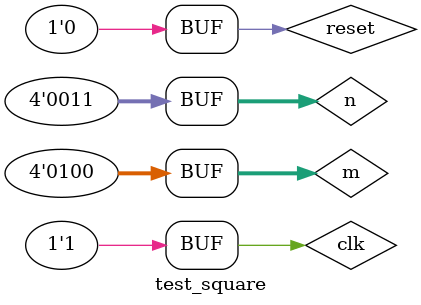
<source format=sv>
`timescale 1ns / 1ps


module test_square();

localparam T = 20;
logic [3:0]m;
logic [3:0]n;
logic reset;
logic clk;
logic wave;
square_wave_gen uut(.m(m),.n(n),.reset(reset),.clk(clk),.wave(wave),);

always
begin
    clk = 1'b0;
    #(T/2);
    clk = 1'b1;
    #(T/2);
end

initial
begin
    m = 4'b0100;
    n = 4'b0011;
    reset = 1;
    #30
    reset = 0;
    
end

endmodule

</source>
